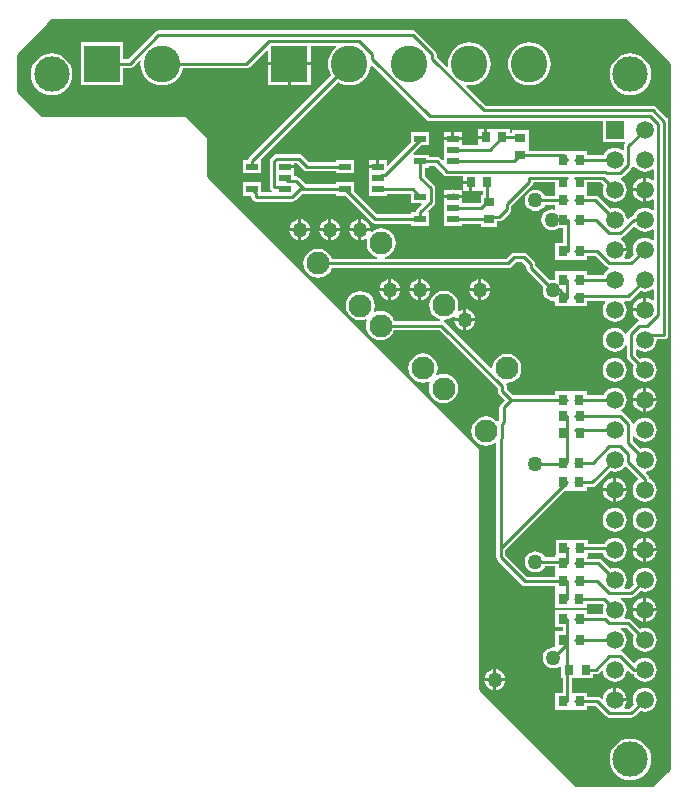
<source format=gtl>
G04*
G04 #@! TF.GenerationSoftware,Altium Limited,Altium Designer,20.0.2 (26)*
G04*
G04 Layer_Physical_Order=1*
G04 Layer_Color=255*
%FSLAX25Y25*%
%MOIN*%
G70*
G01*
G75*
%ADD12C,0.01000*%
%ADD16C,0.00050*%
%ADD17R,0.03937X0.02362*%
%ADD18R,0.03150X0.03543*%
%ADD19R,0.03543X0.03150*%
G04:AMPARAMS|DCode=30|XSize=76.77mil|YSize=76.77mil|CornerRadius=0mil|HoleSize=0mil|Usage=FLASHONLY|Rotation=315.000|XOffset=0mil|YOffset=0mil|HoleType=Round|Shape=Round|*
%AMOVALD30*
21,1,0.00000,0.07677,0.00000,0.00000,315.0*
1,1,0.07677,0.00000,0.00000*
1,1,0.07677,0.00000,0.00000*
%
%ADD30OVALD30*%

%ADD31R,0.12224X0.12224*%
%ADD32C,0.12224*%
%ADD33C,0.05906*%
%ADD34R,0.05906X0.05906*%
%ADD35C,0.02362*%
%ADD36C,0.05000*%
%ADD37C,0.11811*%
G36*
X570000Y478500D02*
Y460457D01*
X569645Y460302D01*
X569500Y460288D01*
X565754Y464034D01*
X565258Y464366D01*
X564673Y464482D01*
X508916D01*
X502443Y470956D01*
X502670Y471436D01*
X503500Y471354D01*
X504894Y471491D01*
X506235Y471898D01*
X507470Y472558D01*
X508553Y473447D01*
X509442Y474530D01*
X510102Y475765D01*
X510509Y477106D01*
X510646Y478500D01*
X510509Y479894D01*
X510102Y481235D01*
X509442Y482470D01*
X508553Y483553D01*
X507470Y484442D01*
X506235Y485102D01*
X504894Y485509D01*
X503500Y485646D01*
X502106Y485509D01*
X500765Y485102D01*
X499530Y484442D01*
X498447Y483553D01*
X497558Y482470D01*
X496898Y481235D01*
X496491Y479894D01*
X496354Y478500D01*
X496436Y477670D01*
X495956Y477443D01*
X492641Y480757D01*
Y481653D01*
X492525Y482238D01*
X492193Y482734D01*
X485734Y489193D01*
X485238Y489525D01*
X484653Y489641D01*
X399847D01*
X399262Y489525D01*
X398766Y489193D01*
X389602Y480029D01*
X388112D01*
Y485612D01*
X373888D01*
Y471388D01*
X388112D01*
Y476971D01*
X390235D01*
X390821Y477087D01*
X391317Y477419D01*
X393456Y479557D01*
X393936Y479330D01*
X393854Y478500D01*
X393991Y477106D01*
X394398Y475765D01*
X395058Y474530D01*
X395947Y473447D01*
X397030Y472558D01*
X398265Y471898D01*
X399606Y471491D01*
X401000Y471354D01*
X402394Y471491D01*
X403735Y471898D01*
X404970Y472558D01*
X406053Y473447D01*
X406942Y474530D01*
X407602Y475765D01*
X407968Y476971D01*
X429155D01*
X429740Y477087D01*
X430236Y477419D01*
X435926Y483108D01*
X436388Y482917D01*
Y479000D01*
X450612D01*
Y484582D01*
X458913D01*
X459092Y484082D01*
X458447Y483553D01*
X457558Y482470D01*
X456898Y481235D01*
X456491Y479894D01*
X456354Y478500D01*
X456491Y477106D01*
X456898Y475765D01*
X457491Y474654D01*
X430005Y447168D01*
X429674Y446672D01*
X429624Y446421D01*
X428118D01*
Y442059D01*
X434055D01*
Y446421D01*
X434055D01*
X433917Y446754D01*
X459654Y472492D01*
X460765Y471898D01*
X462106Y471491D01*
X463500Y471354D01*
X464894Y471491D01*
X466235Y471898D01*
X467470Y472558D01*
X468553Y473447D01*
X469442Y474530D01*
X470102Y475765D01*
X470509Y477106D01*
X470582Y477851D01*
X471053Y478019D01*
X489201Y459871D01*
X489697Y459540D01*
X490282Y459423D01*
X548047D01*
Y452547D01*
X555231D01*
X555422Y452085D01*
X555371Y452034D01*
X555040Y451538D01*
X554923Y450953D01*
Y449869D01*
X554423Y449623D01*
X553993Y449953D01*
X553032Y450351D01*
X552000Y450487D01*
X550968Y450351D01*
X550007Y449953D01*
X549181Y449319D01*
X548547Y448493D01*
X548355Y448029D01*
X542831D01*
Y449272D01*
X537681D01*
Y449272D01*
X537319D01*
Y449272D01*
X535442D01*
X535160Y449460D01*
X534575Y449577D01*
X523272D01*
Y450819D01*
X523272D01*
Y451181D01*
X523272D01*
Y456331D01*
X517728D01*
Y455482D01*
X517075D01*
Y456772D01*
X512063D01*
X511925Y456772D01*
Y456772D01*
X511563D01*
Y456772D01*
X509488D01*
Y454000D01*
X508988D01*
Y453500D01*
X506413D01*
Y451289D01*
X500882D01*
Y453000D01*
X497913D01*
Y453500D01*
D01*
Y453000D01*
X494945D01*
Y451319D01*
Y446533D01*
X494483Y446342D01*
X493724Y447101D01*
X493228Y447433D01*
X492642Y447549D01*
X490055D01*
Y448201D01*
X484961D01*
X484770Y448663D01*
X487426Y451319D01*
X490055D01*
Y455681D01*
X484118D01*
Y452337D01*
X476344Y444562D01*
X475882Y444754D01*
Y446421D01*
X473413D01*
Y444240D01*
X472913D01*
Y443740D01*
X469945D01*
Y442059D01*
Y438319D01*
Y434579D01*
X475882D01*
Y435230D01*
X483933D01*
X484118Y435046D01*
Y432059D01*
X487360D01*
X487552Y431597D01*
X486005Y430051D01*
X485674Y429555D01*
X485557Y428969D01*
Y428941D01*
X484118D01*
Y428289D01*
X472720D01*
X465055Y435954D01*
Y438941D01*
X459118D01*
Y438289D01*
X448968D01*
X446735Y440522D01*
X446239Y440854D01*
X445653Y440970D01*
X444882D01*
Y443740D01*
X441913D01*
Y444740D01*
X444882D01*
Y445392D01*
X446079D01*
X448312Y443159D01*
X448808Y442827D01*
X449394Y442711D01*
X459118D01*
Y442059D01*
X465055D01*
Y446421D01*
X459118D01*
Y445770D01*
X450027D01*
X447794Y448003D01*
X447298Y448334D01*
X446713Y448451D01*
X439324D01*
X438738Y448334D01*
X438242Y448003D01*
X437363Y447124D01*
X437032Y446628D01*
X436915Y446043D01*
Y437441D01*
X437032Y436856D01*
X437363Y436360D01*
X437740Y436108D01*
X437603Y435608D01*
X434055D01*
Y438941D01*
X428118D01*
Y434579D01*
X430817D01*
Y434079D01*
X430934Y433494D01*
X431265Y432997D01*
X431761Y432666D01*
X432346Y432549D01*
X444503D01*
X445088Y432666D01*
X445585Y432997D01*
X447818Y435230D01*
X459118D01*
Y434579D01*
X462105D01*
X471005Y425678D01*
X471501Y425347D01*
X472087Y425231D01*
X484118D01*
Y424579D01*
X490055D01*
Y428941D01*
X489875D01*
X489683Y429403D01*
X491637Y431356D01*
X491968Y431852D01*
X492085Y432438D01*
Y437069D01*
X491968Y437654D01*
X491637Y438150D01*
X488616Y441171D01*
Y443839D01*
X490055D01*
Y444490D01*
X492009D01*
X494990Y441509D01*
X495486Y441178D01*
X496072Y441061D01*
X501413D01*
Y439500D01*
X503988D01*
Y439000D01*
X504488D01*
Y436228D01*
X506563D01*
Y436228D01*
X506925D01*
Y436228D01*
X507971D01*
Y434878D01*
X507228D01*
Y432344D01*
X506914Y432029D01*
X500882D01*
Y433740D01*
X497913D01*
X494945D01*
Y432059D01*
Y428319D01*
Y424579D01*
X500882D01*
Y425231D01*
X507228D01*
Y424217D01*
X512772D01*
Y426003D01*
X513532D01*
X514117Y426119D01*
X514613Y426450D01*
X517081Y428919D01*
X517413Y429415D01*
X517529Y430000D01*
Y431023D01*
X524534Y438028D01*
X524866Y438524D01*
X524955Y438971D01*
X532169D01*
Y436228D01*
X532169D01*
Y435772D01*
X532169D01*
Y434529D01*
X528655D01*
X528557Y434765D01*
X527996Y435496D01*
X527265Y436057D01*
X526414Y436410D01*
X525500Y436530D01*
X524586Y436410D01*
X523735Y436057D01*
X523004Y435496D01*
X522443Y434765D01*
X522090Y433914D01*
X521970Y433000D01*
X522090Y432086D01*
X522443Y431235D01*
X523004Y430504D01*
X523735Y429943D01*
X524586Y429590D01*
X525500Y429470D01*
X526414Y429590D01*
X527265Y429943D01*
X527996Y430504D01*
X528557Y431235D01*
X528655Y431471D01*
X532169D01*
Y430345D01*
X532100Y430227D01*
X531795Y429926D01*
X531000Y430030D01*
X530086Y429910D01*
X529235Y429557D01*
X528504Y428996D01*
X527943Y428265D01*
X527590Y427414D01*
X527470Y426500D01*
X527590Y425586D01*
X527943Y424735D01*
X528504Y424004D01*
X529235Y423443D01*
X530086Y423090D01*
X531000Y422970D01*
X531914Y423090D01*
X532765Y423443D01*
X533137Y423728D01*
X534715D01*
Y418772D01*
X532169D01*
Y413228D01*
X537181D01*
X537319Y413228D01*
Y413228D01*
X537681D01*
Y413228D01*
X542831D01*
Y414471D01*
X545569D01*
X549074Y410966D01*
X549570Y410634D01*
X549652Y410618D01*
X550026Y410046D01*
X550007Y409953D01*
X549181Y409319D01*
X548547Y408493D01*
X548355Y408029D01*
X542831D01*
Y409272D01*
X537681D01*
Y409272D01*
X537319D01*
Y409272D01*
X532169D01*
Y406821D01*
X531793Y406492D01*
X531500Y406530D01*
X530586Y406410D01*
X530351Y406312D01*
X525529Y411133D01*
Y411657D01*
X525413Y412242D01*
X525081Y412738D01*
X522738Y415081D01*
X522242Y415413D01*
X521657Y415529D01*
X518343D01*
X517758Y415413D01*
X517262Y415081D01*
X515710Y413529D01*
X475434D01*
X475365Y414023D01*
X476542Y414510D01*
X477553Y415286D01*
X478328Y416297D01*
X478816Y417474D01*
X478982Y418737D01*
X478816Y420000D01*
X478328Y421177D01*
X477553Y422188D01*
X476542Y422963D01*
X475365Y423451D01*
X474102Y423617D01*
X472839Y423451D01*
X471662Y422963D01*
X470929Y422402D01*
X470461Y422672D01*
X470464Y422700D01*
X467500D01*
Y419736D01*
X467914Y419790D01*
X468765Y420143D01*
X468971Y420301D01*
X469364Y420017D01*
X469386Y419989D01*
X469222Y418737D01*
X469388Y417474D01*
X469875Y416297D01*
X470651Y415286D01*
X471662Y414510D01*
X472839Y414023D01*
X472770Y413529D01*
X457604D01*
X457227Y414440D01*
X456451Y415451D01*
X455440Y416226D01*
X454263Y416714D01*
X453000Y416880D01*
X451737Y416714D01*
X450560Y416226D01*
X449549Y415451D01*
X448773Y414440D01*
X448286Y413263D01*
X448120Y412000D01*
X448286Y410737D01*
X448773Y409560D01*
X449190Y409017D01*
X448813Y408687D01*
X436500Y421000D01*
X416500Y441000D01*
Y454000D01*
X409000Y461500D01*
X361000D01*
X353000Y469500D01*
Y481500D01*
X364500Y493000D01*
X555500D01*
X570000Y478500D01*
D02*
G37*
G36*
X558547Y444507D02*
X559181Y443681D01*
X560007Y443047D01*
X560968Y442649D01*
X562000Y442513D01*
X563032Y442649D01*
X563993Y443047D01*
X564423Y443377D01*
X564923Y443131D01*
Y439869D01*
X564423Y439623D01*
X563993Y439953D01*
X563032Y440351D01*
X562500Y440421D01*
Y436500D01*
Y432579D01*
X563032Y432649D01*
X563993Y433047D01*
X564423Y433377D01*
X564923Y433131D01*
Y429869D01*
X564423Y429623D01*
X563993Y429953D01*
X563032Y430351D01*
X562000Y430487D01*
X560968Y430351D01*
X560007Y429953D01*
X559181Y429319D01*
X558547Y428493D01*
X558355Y428029D01*
X558297D01*
X557712Y427913D01*
X557216Y427581D01*
X556450Y426815D01*
X555922Y426995D01*
X555851Y427532D01*
X555453Y428493D01*
X554819Y429319D01*
X553993Y429953D01*
X553032Y430351D01*
X552000Y430487D01*
X550968Y430351D01*
X550504Y430159D01*
X546582Y434081D01*
X546085Y434413D01*
X545500Y434529D01*
X542831D01*
Y435772D01*
X542831D01*
Y436228D01*
X542831D01*
Y438971D01*
X547367D01*
X548341Y437996D01*
X548149Y437532D01*
X548013Y436500D01*
X548149Y435468D01*
X548547Y434507D01*
X549181Y433681D01*
X550007Y433047D01*
X550968Y432649D01*
X552000Y432513D01*
X553032Y432649D01*
X553993Y433047D01*
X554819Y433681D01*
X555453Y434507D01*
X555851Y435468D01*
X555987Y436500D01*
X555851Y437532D01*
X555453Y438493D01*
X554819Y439319D01*
X553993Y439953D01*
X553974Y440046D01*
X554348Y440618D01*
X554430Y440634D01*
X554926Y440966D01*
X557534Y443574D01*
X557866Y444070D01*
X557882Y444152D01*
X558454Y444526D01*
X558547Y444507D01*
D02*
G37*
G36*
X558819Y424152D02*
X559181Y423681D01*
X560007Y423047D01*
X560968Y422649D01*
X562000Y422513D01*
X563032Y422649D01*
X563993Y423047D01*
X564423Y423377D01*
X564923Y423131D01*
Y419869D01*
X564423Y419623D01*
X563993Y419953D01*
X563032Y420351D01*
X562000Y420487D01*
X560968Y420351D01*
X560007Y419953D01*
X559181Y419319D01*
X558547Y418493D01*
X558149Y417532D01*
X558013Y416500D01*
X558149Y415468D01*
X558341Y415004D01*
X556914Y413577D01*
X555369D01*
X555123Y414077D01*
X555453Y414507D01*
X555851Y415468D01*
X555921Y416000D01*
X552000D01*
Y417000D01*
X555921D01*
X555851Y417532D01*
X555453Y418493D01*
X554819Y419319D01*
X553993Y419953D01*
X553974Y420046D01*
X554348Y420618D01*
X554430Y420634D01*
X554926Y420966D01*
X558156Y424196D01*
X558819Y424152D01*
D02*
G37*
G36*
X522471Y411023D02*
Y410500D01*
X522587Y409915D01*
X522919Y409419D01*
X528188Y404149D01*
X528090Y403914D01*
X527970Y403000D01*
X528090Y402086D01*
X528443Y401235D01*
X529004Y400504D01*
X529735Y399943D01*
X530586Y399590D01*
X531500Y399470D01*
X531793Y399508D01*
X532169Y399179D01*
Y397728D01*
X537319D01*
Y397728D01*
X537681D01*
Y397728D01*
X542831D01*
Y399423D01*
X548631D01*
X548877Y398923D01*
X548547Y398493D01*
X548149Y397532D01*
X548013Y396500D01*
X548149Y395468D01*
X548547Y394507D01*
X549181Y393681D01*
X550007Y393047D01*
X550968Y392649D01*
X552000Y392513D01*
X553032Y392649D01*
X553993Y393047D01*
X554819Y393681D01*
X555453Y394507D01*
X555851Y395468D01*
X555987Y396500D01*
X555851Y397532D01*
X555453Y398493D01*
X555123Y398923D01*
X555369Y399423D01*
X556453D01*
X557038Y399540D01*
X557534Y399871D01*
X560504Y402841D01*
X560968Y402649D01*
X562000Y402513D01*
X563032Y402649D01*
X563993Y403047D01*
X564423Y403377D01*
X564923Y403131D01*
Y399869D01*
X564423Y399623D01*
X563993Y399953D01*
X563032Y400351D01*
X562500Y400421D01*
Y396500D01*
X562000D01*
Y396000D01*
X558079D01*
X558149Y395468D01*
X558547Y394507D01*
X559181Y393681D01*
X560007Y393047D01*
X560026Y392954D01*
X559652Y392382D01*
X559570Y392366D01*
X559074Y392034D01*
X556466Y389426D01*
X556134Y388930D01*
X556118Y388848D01*
X555546Y388474D01*
X555453Y388493D01*
X554819Y389319D01*
X553993Y389953D01*
X553032Y390351D01*
X552000Y390487D01*
X550968Y390351D01*
X550007Y389953D01*
X549181Y389319D01*
X548547Y388493D01*
X548149Y387532D01*
X548013Y386500D01*
X548149Y385468D01*
X548547Y384507D01*
X549181Y383681D01*
X550007Y383047D01*
X550968Y382649D01*
X552000Y382513D01*
X553032Y382649D01*
X553993Y383047D01*
X554819Y383681D01*
X555453Y384507D01*
X555518Y384664D01*
X556018Y384564D01*
Y380953D01*
X556134Y380367D01*
X556466Y379871D01*
X558341Y377996D01*
X558149Y377532D01*
X558013Y376500D01*
X558149Y375468D01*
X558547Y374507D01*
X559181Y373681D01*
X560007Y373047D01*
X560968Y372649D01*
X562000Y372513D01*
X563032Y372649D01*
X563993Y373047D01*
X564819Y373681D01*
X565453Y374507D01*
X565851Y375468D01*
X565987Y376500D01*
X565851Y377532D01*
X565453Y378493D01*
X564819Y379319D01*
X563993Y379953D01*
X563032Y380351D01*
X562000Y380487D01*
X560968Y380351D01*
X560504Y380159D01*
X559077Y381586D01*
Y383131D01*
X559577Y383377D01*
X560007Y383047D01*
X560968Y382649D01*
X562000Y382513D01*
X563032Y382649D01*
X563993Y383047D01*
X564819Y383681D01*
X565453Y384507D01*
X565851Y385468D01*
X565987Y386500D01*
X566167Y386705D01*
X568453D01*
X569038Y386821D01*
X569500Y387130D01*
X569678Y387090D01*
X570000Y386950D01*
Y243500D01*
X564500Y238000D01*
X539000D01*
X507000Y270000D01*
X507000Y350500D01*
X463829Y393671D01*
X464159Y394048D01*
X464702Y393631D01*
X465879Y393144D01*
X467142Y392978D01*
X468405Y393144D01*
X469001Y393391D01*
X469384Y393008D01*
X469184Y392526D01*
X469018Y391263D01*
X469184Y390000D01*
X469672Y388823D01*
X470447Y387812D01*
X471458Y387036D01*
X472635Y386549D01*
X473898Y386383D01*
X475161Y386549D01*
X476338Y387036D01*
X477349Y387812D01*
X478125Y388823D01*
X478502Y389734D01*
X493554D01*
X512971Y370317D01*
Y369500D01*
X513087Y368915D01*
X513419Y368419D01*
X515337Y366500D01*
X513919Y365081D01*
X513587Y364585D01*
X513471Y364000D01*
Y359587D01*
X513297Y359414D01*
X513217Y359293D01*
X512717Y359277D01*
X512491Y359572D01*
X511480Y360347D01*
X510303Y360835D01*
X509040Y361001D01*
X507777Y360835D01*
X506600Y360347D01*
X505589Y359572D01*
X504814Y358561D01*
X504326Y357384D01*
X504160Y356121D01*
X504326Y354858D01*
X504814Y353681D01*
X505589Y352670D01*
X506600Y351894D01*
X507777Y351407D01*
X509040Y351241D01*
X510303Y351407D01*
X511480Y351894D01*
X512022Y352310D01*
X512471Y352089D01*
Y317000D01*
Y314000D01*
X512587Y313415D01*
X512919Y312919D01*
X520919Y304919D01*
X521415Y304587D01*
X522000Y304471D01*
X532169D01*
Y303228D01*
X532169D01*
X532065Y302772D01*
X532047D01*
Y297228D01*
X537059D01*
X537197Y297228D01*
Y297228D01*
X537559D01*
Y297228D01*
X542709D01*
Y298471D01*
X547866D01*
X548341Y297996D01*
X548149Y297532D01*
X548013Y296500D01*
X548141Y295529D01*
X548088Y295340D01*
X547881Y295029D01*
X542831D01*
Y296272D01*
X537681D01*
Y296272D01*
X537319D01*
Y296272D01*
X532169D01*
Y290728D01*
X534593D01*
Y289272D01*
X532169D01*
Y284321D01*
X531793Y283992D01*
X531500Y284030D01*
X530586Y283910D01*
X529735Y283557D01*
X529004Y282996D01*
X528443Y282265D01*
X528090Y281414D01*
X527970Y280500D01*
X528090Y279586D01*
X528443Y278735D01*
X529004Y278004D01*
X529735Y277443D01*
X530586Y277090D01*
X531500Y276970D01*
X532414Y277090D01*
X533265Y277443D01*
X533669Y277753D01*
X534169Y277506D01*
Y273728D01*
X534593D01*
Y268772D01*
X532169D01*
Y263228D01*
X537319D01*
Y263228D01*
X537681D01*
Y263228D01*
X542831D01*
Y264471D01*
X545569D01*
X549074Y260966D01*
X549570Y260634D01*
X550156Y260518D01*
X557547D01*
X558133Y260634D01*
X558629Y260966D01*
X560504Y262841D01*
X560968Y262649D01*
X562000Y262513D01*
X563032Y262649D01*
X563993Y263047D01*
X564819Y263681D01*
X565453Y264507D01*
X565851Y265468D01*
X565987Y266500D01*
X565851Y267532D01*
X565453Y268493D01*
X564819Y269319D01*
X563993Y269953D01*
X563032Y270351D01*
X562000Y270487D01*
X560968Y270351D01*
X560007Y269953D01*
X559181Y269319D01*
X558547Y268493D01*
X558149Y267532D01*
X558013Y266500D01*
X558149Y265468D01*
X558341Y265004D01*
X556914Y263577D01*
X555369D01*
X555123Y264077D01*
X555453Y264507D01*
X555851Y265468D01*
X555921Y266000D01*
X552000D01*
Y266500D01*
X551500D01*
Y270421D01*
X550968Y270351D01*
X550007Y269953D01*
X549181Y269319D01*
X548547Y268493D01*
X548149Y267532D01*
X548078Y266995D01*
X547550Y266815D01*
X547284Y267081D01*
X546788Y267413D01*
X546203Y267529D01*
X542831D01*
Y268772D01*
X537681D01*
X537651Y269259D01*
Y273728D01*
X539181D01*
X539319Y273728D01*
X539681D01*
X539819Y273728D01*
X544831D01*
Y274971D01*
X545703D01*
X546288Y275087D01*
X546784Y275419D01*
X547550Y276185D01*
X548078Y276005D01*
X548149Y275468D01*
X548547Y274507D01*
X549181Y273681D01*
X550007Y273047D01*
X550968Y272649D01*
X552000Y272513D01*
X553032Y272649D01*
X553993Y273047D01*
X554819Y273681D01*
X555453Y274507D01*
X555851Y275468D01*
X555922Y276005D01*
X556450Y276185D01*
X557216Y275419D01*
X557712Y275087D01*
X558297Y274971D01*
X558355D01*
X558547Y274507D01*
X559181Y273681D01*
X560007Y273047D01*
X560968Y272649D01*
X562000Y272513D01*
X563032Y272649D01*
X563993Y273047D01*
X564819Y273681D01*
X565453Y274507D01*
X565851Y275468D01*
X565987Y276500D01*
X565851Y277532D01*
X565453Y278493D01*
X564819Y279319D01*
X563993Y279953D01*
X563032Y280351D01*
X562000Y280487D01*
X560968Y280351D01*
X560007Y279953D01*
X559181Y279319D01*
X558819Y278848D01*
X558156Y278804D01*
X554926Y282034D01*
X554430Y282366D01*
X554348Y282382D01*
X553974Y282954D01*
X553993Y283047D01*
X554819Y283681D01*
X555453Y284507D01*
X555851Y285468D01*
X555987Y286500D01*
X555851Y287532D01*
X555453Y288493D01*
X554819Y289319D01*
X553993Y289953D01*
X553836Y290018D01*
X553936Y290518D01*
X555819D01*
X558341Y287996D01*
X558149Y287532D01*
X558013Y286500D01*
X558149Y285468D01*
X558547Y284507D01*
X559181Y283681D01*
X560007Y283047D01*
X560968Y282649D01*
X562000Y282513D01*
X563032Y282649D01*
X563993Y283047D01*
X564819Y283681D01*
X565453Y284507D01*
X565851Y285468D01*
X565987Y286500D01*
X565851Y287532D01*
X565453Y288493D01*
X564819Y289319D01*
X563993Y289953D01*
X563032Y290351D01*
X562000Y290487D01*
X560968Y290351D01*
X560504Y290159D01*
X557534Y293129D01*
X557038Y293460D01*
X556453Y293577D01*
X555369D01*
X555123Y294077D01*
X555453Y294507D01*
X555851Y295468D01*
X555987Y296500D01*
X555851Y297532D01*
X555453Y298493D01*
X554819Y299319D01*
X553993Y299953D01*
X553836Y300018D01*
X553936Y300518D01*
X557547D01*
X558133Y300634D01*
X558629Y300966D01*
X560504Y302841D01*
X560968Y302649D01*
X562000Y302513D01*
X563032Y302649D01*
X563993Y303047D01*
X564819Y303681D01*
X565453Y304507D01*
X565851Y305468D01*
X565987Y306500D01*
X565851Y307532D01*
X565453Y308493D01*
X564819Y309319D01*
X563993Y309953D01*
X563032Y310351D01*
X562000Y310487D01*
X560968Y310351D01*
X560007Y309953D01*
X559181Y309319D01*
X558547Y308493D01*
X558149Y307532D01*
X558013Y306500D01*
X558149Y305468D01*
X558341Y305004D01*
X556914Y303577D01*
X555369D01*
X555123Y304077D01*
X555453Y304507D01*
X555851Y305468D01*
X555987Y306500D01*
X555851Y307532D01*
X555453Y308493D01*
X554819Y309319D01*
X553993Y309953D01*
X553032Y310351D01*
X552000Y310487D01*
X550968Y310351D01*
X550504Y310159D01*
X547581Y313081D01*
X547085Y313413D01*
X546500Y313529D01*
X542831D01*
Y314228D01*
X542953D01*
Y315471D01*
X548149D01*
X548149Y315468D01*
X548547Y314507D01*
X549181Y313681D01*
X550007Y313047D01*
X550968Y312649D01*
X552000Y312513D01*
X553032Y312649D01*
X553993Y313047D01*
X554819Y313681D01*
X555453Y314507D01*
X555851Y315468D01*
X555987Y316500D01*
X555851Y317532D01*
X555453Y318493D01*
X554819Y319319D01*
X553993Y319953D01*
X553032Y320351D01*
X552000Y320487D01*
X550968Y320351D01*
X550007Y319953D01*
X549181Y319319D01*
X548575Y318529D01*
X542953D01*
Y319772D01*
X537803D01*
Y319772D01*
X537441D01*
Y319772D01*
X532291D01*
Y314772D01*
X532169D01*
Y314029D01*
X528655D01*
X528557Y314265D01*
X527996Y314996D01*
X527265Y315557D01*
X526414Y315910D01*
X525500Y316030D01*
X524586Y315910D01*
X523735Y315557D01*
X523004Y314996D01*
X522443Y314265D01*
X522090Y313414D01*
X521970Y312500D01*
X522090Y311586D01*
X522443Y310735D01*
X523004Y310004D01*
X523735Y309443D01*
X524586Y309090D01*
X525500Y308970D01*
X526414Y309090D01*
X527265Y309443D01*
X527996Y310004D01*
X528557Y310735D01*
X528655Y310971D01*
X532169D01*
Y309228D01*
X532169D01*
Y308772D01*
X532169D01*
Y307529D01*
X522634D01*
X515529Y314633D01*
Y316367D01*
X535391Y336228D01*
X537197D01*
Y336228D01*
X537559D01*
Y336228D01*
X542709D01*
Y337471D01*
X544500D01*
X545085Y337587D01*
X545581Y337919D01*
X550504Y342841D01*
X550968Y342649D01*
X552000Y342513D01*
X553032Y342649D01*
X553993Y343047D01*
X554819Y343681D01*
X555181Y344152D01*
X555844Y344196D01*
X559696Y340344D01*
X559652Y339681D01*
X559181Y339319D01*
X558547Y338493D01*
X558149Y337532D01*
X558013Y336500D01*
X558149Y335468D01*
X558547Y334507D01*
X559181Y333681D01*
X560007Y333047D01*
X560968Y332649D01*
X562000Y332513D01*
X563032Y332649D01*
X563993Y333047D01*
X564819Y333681D01*
X565453Y334507D01*
X565851Y335468D01*
X565987Y336500D01*
X565851Y337532D01*
X565453Y338493D01*
X564819Y339319D01*
X563993Y339953D01*
X563529Y340145D01*
Y340203D01*
X563413Y340788D01*
X563081Y341284D01*
X562315Y342050D01*
X562495Y342578D01*
X563032Y342649D01*
X563993Y343047D01*
X564819Y343681D01*
X565453Y344507D01*
X565851Y345468D01*
X565987Y346500D01*
X565851Y347532D01*
X565453Y348493D01*
X564819Y349319D01*
X563993Y349953D01*
X563032Y350351D01*
X562000Y350487D01*
X560968Y350351D01*
X560504Y350159D01*
X557982Y352681D01*
Y354564D01*
X558482Y354664D01*
X558547Y354507D01*
X559181Y353681D01*
X560007Y353047D01*
X560968Y352649D01*
X562000Y352513D01*
X563032Y352649D01*
X563993Y353047D01*
X564819Y353681D01*
X565453Y354507D01*
X565851Y355468D01*
X565987Y356500D01*
X565851Y357532D01*
X565453Y358493D01*
X564819Y359319D01*
X563993Y359953D01*
X563032Y360351D01*
X562000Y360487D01*
X560968Y360351D01*
X560007Y359953D01*
X559181Y359319D01*
X558547Y358493D01*
X558454Y358474D01*
X557882Y358848D01*
X557866Y358930D01*
X557534Y359426D01*
X554926Y362034D01*
X554430Y362366D01*
X554348Y362382D01*
X553974Y362954D01*
X553993Y363047D01*
X554819Y363681D01*
X555453Y364507D01*
X555851Y365468D01*
X555987Y366500D01*
X555851Y367532D01*
X555453Y368493D01*
X554819Y369319D01*
X553993Y369953D01*
X553032Y370351D01*
X552000Y370487D01*
X550968Y370351D01*
X550007Y369953D01*
X549181Y369319D01*
X548547Y368493D01*
X548355Y368029D01*
X542709D01*
Y369272D01*
X537559D01*
Y369272D01*
X537197D01*
Y369272D01*
X532047D01*
Y368029D01*
X518133D01*
X516029Y370133D01*
Y370950D01*
X515913Y371535D01*
X515846Y371636D01*
X515912Y371844D01*
X516114Y372135D01*
X517263Y372286D01*
X518440Y372774D01*
X519451Y373549D01*
X520226Y374560D01*
X520714Y375737D01*
X520880Y377000D01*
X520714Y378263D01*
X520226Y379440D01*
X519451Y380451D01*
X518440Y381226D01*
X517263Y381714D01*
X516000Y381880D01*
X514737Y381714D01*
X513560Y381226D01*
X512549Y380451D01*
X511773Y379440D01*
X511286Y378263D01*
X511143Y377177D01*
X510652Y376961D01*
X495269Y392344D01*
X495173Y392408D01*
X495069Y393061D01*
X495118Y393135D01*
X496263Y393286D01*
X497440Y393774D01*
X498128Y394302D01*
X498359Y394208D01*
X498577Y394016D01*
X498536Y393700D01*
X501500D01*
Y396664D01*
X501086Y396610D01*
X500235Y396257D01*
X499973Y396057D01*
X499563Y396372D01*
X499714Y396737D01*
X499880Y398000D01*
X499714Y399263D01*
X499227Y400440D01*
X498451Y401451D01*
X497440Y402226D01*
X496263Y402714D01*
X495000Y402880D01*
X493737Y402714D01*
X492560Y402226D01*
X491549Y401451D01*
X490773Y400440D01*
X490286Y399263D01*
X490120Y398000D01*
X490286Y396737D01*
X490773Y395560D01*
X491549Y394549D01*
X492560Y393774D01*
X493737Y393286D01*
X493668Y392792D01*
X478502D01*
X478125Y393703D01*
X477349Y394714D01*
X476338Y395490D01*
X475161Y395977D01*
X473898Y396143D01*
X472635Y395977D01*
X472039Y395730D01*
X471657Y396113D01*
X471856Y396595D01*
X472022Y397858D01*
X471856Y399121D01*
X471369Y400298D01*
X470593Y401309D01*
X469582Y402084D01*
X468405Y402572D01*
X467142Y402738D01*
X465879Y402572D01*
X464702Y402084D01*
X463691Y401309D01*
X462916Y400298D01*
X462428Y399121D01*
X462262Y397858D01*
X462428Y396595D01*
X462916Y395418D01*
X463332Y394875D01*
X462956Y394545D01*
X449687Y407813D01*
X450017Y408190D01*
X450560Y407773D01*
X451737Y407286D01*
X453000Y407120D01*
X454263Y407286D01*
X455440Y407773D01*
X456451Y408549D01*
X457227Y409560D01*
X457604Y410471D01*
X516343D01*
X516928Y410587D01*
X517425Y410919D01*
X518977Y412471D01*
X521023D01*
X522471Y411023D01*
D02*
G37*
%LPC*%
G36*
X450612Y478000D02*
X444000D01*
Y471388D01*
X450612D01*
Y478000D01*
D02*
G37*
G36*
X443000D02*
X436388D01*
Y471388D01*
X443000D01*
Y478000D01*
D02*
G37*
G36*
X523500Y485646D02*
X522106Y485509D01*
X520765Y485102D01*
X519530Y484442D01*
X518447Y483553D01*
X517558Y482470D01*
X516898Y481235D01*
X516491Y479894D01*
X516354Y478500D01*
X516491Y477106D01*
X516898Y475765D01*
X517558Y474530D01*
X518447Y473447D01*
X519530Y472558D01*
X520765Y471898D01*
X522106Y471491D01*
X523500Y471354D01*
X524894Y471491D01*
X526235Y471898D01*
X527470Y472558D01*
X528553Y473447D01*
X529442Y474530D01*
X530102Y475765D01*
X530509Y477106D01*
X530646Y478500D01*
X530509Y479894D01*
X530102Y481235D01*
X529442Y482470D01*
X528553Y483553D01*
X527470Y484442D01*
X526235Y485102D01*
X524894Y485509D01*
X523500Y485646D01*
D02*
G37*
G36*
X557158Y481943D02*
X555804Y481810D01*
X554502Y481415D01*
X553302Y480773D01*
X552251Y479911D01*
X551388Y478859D01*
X550747Y477659D01*
X550352Y476358D01*
X550219Y475004D01*
X550352Y473650D01*
X550747Y472349D01*
X551388Y471149D01*
X552251Y470097D01*
X553302Y469235D01*
X554502Y468593D01*
X555804Y468198D01*
X557158Y468065D01*
X558511Y468198D01*
X559813Y468593D01*
X561013Y469235D01*
X562064Y470097D01*
X562927Y471149D01*
X563568Y472349D01*
X563963Y473650D01*
X564096Y475004D01*
X563963Y476358D01*
X563568Y477659D01*
X562927Y478859D01*
X562064Y479911D01*
X561013Y480773D01*
X559813Y481415D01*
X558511Y481810D01*
X557158Y481943D01*
D02*
G37*
G36*
X364244D02*
X362890Y481810D01*
X361589Y481415D01*
X360389Y480773D01*
X359337Y479911D01*
X358475Y478859D01*
X357833Y477659D01*
X357438Y476358D01*
X357305Y475004D01*
X357438Y473650D01*
X357833Y472349D01*
X358475Y471149D01*
X359337Y470097D01*
X360389Y469235D01*
X361589Y468593D01*
X362890Y468198D01*
X364244Y468065D01*
X365598Y468198D01*
X366899Y468593D01*
X368099Y469235D01*
X369151Y470097D01*
X370014Y471149D01*
X370655Y472349D01*
X371050Y473650D01*
X371183Y475004D01*
X371050Y476358D01*
X370655Y477659D01*
X370014Y478859D01*
X369151Y479911D01*
X368099Y480773D01*
X366899Y481415D01*
X365598Y481810D01*
X364244Y481943D01*
D02*
G37*
G36*
X508488Y456772D02*
X506413D01*
Y454500D01*
X508488D01*
Y456772D01*
D02*
G37*
G36*
X500882Y455681D02*
X498413D01*
Y454000D01*
X500882D01*
Y455681D01*
D02*
G37*
G36*
X497413D02*
X494945D01*
Y454000D01*
X497413D01*
Y455681D01*
D02*
G37*
G36*
X472413Y446421D02*
X469945D01*
Y444740D01*
X472413D01*
Y446421D01*
D02*
G37*
G36*
X503488Y438500D02*
X501413D01*
Y436228D01*
X503488D01*
Y438500D01*
D02*
G37*
G36*
X497913Y436620D02*
X497328Y436504D01*
X497205Y436421D01*
X494945D01*
Y434740D01*
X497913D01*
X500882D01*
Y436421D01*
X498622D01*
X498499Y436504D01*
X497913Y436620D01*
D02*
G37*
G36*
X467500Y426664D02*
Y423700D01*
X470464D01*
X470410Y424114D01*
X470057Y424965D01*
X469496Y425696D01*
X468765Y426257D01*
X467914Y426610D01*
X467500Y426664D01*
D02*
G37*
G36*
X466500D02*
X466086Y426610D01*
X465235Y426257D01*
X464504Y425696D01*
X463943Y424965D01*
X463590Y424114D01*
X463536Y423700D01*
X466500D01*
Y426664D01*
D02*
G37*
G36*
X457500D02*
Y423700D01*
X460464D01*
X460410Y424114D01*
X460057Y424965D01*
X459496Y425696D01*
X458765Y426257D01*
X457914Y426610D01*
X457500Y426664D01*
D02*
G37*
G36*
X456500D02*
X456086Y426610D01*
X455235Y426257D01*
X454504Y425696D01*
X453943Y424965D01*
X453590Y424114D01*
X453536Y423700D01*
X456500D01*
Y426664D01*
D02*
G37*
G36*
X447500D02*
Y423700D01*
X450464D01*
X450410Y424114D01*
X450057Y424965D01*
X449496Y425696D01*
X448765Y426257D01*
X447914Y426610D01*
X447500Y426664D01*
D02*
G37*
G36*
X446500D02*
X446086Y426610D01*
X445235Y426257D01*
X444504Y425696D01*
X443943Y424965D01*
X443590Y424114D01*
X443536Y423700D01*
X446500D01*
Y426664D01*
D02*
G37*
G36*
X466500Y422700D02*
X463536D01*
X463590Y422286D01*
X463943Y421435D01*
X464504Y420704D01*
X465235Y420143D01*
X466086Y419790D01*
X466500Y419736D01*
Y422700D01*
D02*
G37*
G36*
X460464D02*
X457500D01*
Y419736D01*
X457914Y419790D01*
X458765Y420143D01*
X459496Y420704D01*
X460057Y421435D01*
X460410Y422286D01*
X460464Y422700D01*
D02*
G37*
G36*
X456500D02*
X453536D01*
X453590Y422286D01*
X453943Y421435D01*
X454504Y420704D01*
X455235Y420143D01*
X456086Y419790D01*
X456500Y419736D01*
Y422700D01*
D02*
G37*
G36*
X450464D02*
X447500D01*
Y419736D01*
X447914Y419790D01*
X448765Y420143D01*
X449496Y420704D01*
X450057Y421435D01*
X450410Y422286D01*
X450464Y422700D01*
D02*
G37*
G36*
X446500D02*
X443536D01*
X443590Y422286D01*
X443943Y421435D01*
X444504Y420704D01*
X445235Y420143D01*
X446086Y419790D01*
X446500Y419736D01*
Y422700D01*
D02*
G37*
G36*
X561500Y440421D02*
X560968Y440351D01*
X560007Y439953D01*
X559181Y439319D01*
X558547Y438493D01*
X558149Y437532D01*
X558079Y437000D01*
X561500D01*
Y440421D01*
D02*
G37*
G36*
Y436000D02*
X558079D01*
X558149Y435468D01*
X558547Y434507D01*
X559181Y433681D01*
X560007Y433047D01*
X560968Y432649D01*
X561500Y432579D01*
Y436000D01*
D02*
G37*
G36*
X507500Y406664D02*
Y403700D01*
X510464D01*
X510410Y404114D01*
X510057Y404965D01*
X509496Y405696D01*
X508765Y406257D01*
X507914Y406610D01*
X507500Y406664D01*
D02*
G37*
G36*
X506500D02*
X506086Y406610D01*
X505235Y406257D01*
X504504Y405696D01*
X503943Y404965D01*
X503590Y404114D01*
X503536Y403700D01*
X506500D01*
Y406664D01*
D02*
G37*
G36*
X487500D02*
Y403700D01*
X490464D01*
X490410Y404114D01*
X490057Y404965D01*
X489496Y405696D01*
X488765Y406257D01*
X487914Y406610D01*
X487500Y406664D01*
D02*
G37*
G36*
X486500D02*
X486086Y406610D01*
X485235Y406257D01*
X484504Y405696D01*
X483943Y404965D01*
X483590Y404114D01*
X483536Y403700D01*
X486500D01*
Y406664D01*
D02*
G37*
G36*
X477500D02*
Y403700D01*
X480464D01*
X480410Y404114D01*
X480057Y404965D01*
X479496Y405696D01*
X478765Y406257D01*
X477914Y406610D01*
X477500Y406664D01*
D02*
G37*
G36*
X476500D02*
X476086Y406610D01*
X475235Y406257D01*
X474504Y405696D01*
X473943Y404965D01*
X473590Y404114D01*
X473536Y403700D01*
X476500D01*
Y406664D01*
D02*
G37*
G36*
X510464Y402700D02*
X507500D01*
Y399736D01*
X507914Y399790D01*
X508765Y400143D01*
X509496Y400704D01*
X510057Y401435D01*
X510410Y402286D01*
X510464Y402700D01*
D02*
G37*
G36*
X506500D02*
X503536D01*
X503590Y402286D01*
X503943Y401435D01*
X504504Y400704D01*
X505235Y400143D01*
X506086Y399790D01*
X506500Y399736D01*
Y402700D01*
D02*
G37*
G36*
X490464D02*
X487500D01*
Y399736D01*
X487914Y399790D01*
X488765Y400143D01*
X489496Y400704D01*
X490057Y401435D01*
X490410Y402286D01*
X490464Y402700D01*
D02*
G37*
G36*
X486500D02*
X483536D01*
X483590Y402286D01*
X483943Y401435D01*
X484504Y400704D01*
X485235Y400143D01*
X486086Y399790D01*
X486500Y399736D01*
Y402700D01*
D02*
G37*
G36*
X480464D02*
X477500D01*
Y399736D01*
X477914Y399790D01*
X478765Y400143D01*
X479496Y400704D01*
X480057Y401435D01*
X480410Y402286D01*
X480464Y402700D01*
D02*
G37*
G36*
X476500D02*
X473536D01*
X473590Y402286D01*
X473943Y401435D01*
X474504Y400704D01*
X475235Y400143D01*
X476086Y399790D01*
X476500Y399736D01*
Y402700D01*
D02*
G37*
G36*
X561500Y400421D02*
X560968Y400351D01*
X560007Y399953D01*
X559181Y399319D01*
X558547Y398493D01*
X558149Y397532D01*
X558079Y397000D01*
X561500D01*
Y400421D01*
D02*
G37*
G36*
X502500Y396664D02*
Y393700D01*
X505464D01*
X505410Y394114D01*
X505057Y394965D01*
X504496Y395696D01*
X503765Y396257D01*
X502914Y396610D01*
X502500Y396664D01*
D02*
G37*
G36*
X505464Y392700D02*
X502500D01*
Y389736D01*
X502914Y389790D01*
X503765Y390143D01*
X504496Y390704D01*
X505057Y391435D01*
X505410Y392286D01*
X505464Y392700D01*
D02*
G37*
G36*
X501500D02*
X498536D01*
X498590Y392286D01*
X498943Y391435D01*
X499504Y390704D01*
X500235Y390143D01*
X501086Y389790D01*
X501500Y389736D01*
Y392700D01*
D02*
G37*
G36*
X552000Y380487D02*
X550968Y380351D01*
X550007Y379953D01*
X549181Y379319D01*
X548547Y378493D01*
X548149Y377532D01*
X548013Y376500D01*
X548149Y375468D01*
X548547Y374507D01*
X549181Y373681D01*
X550007Y373047D01*
X550968Y372649D01*
X552000Y372513D01*
X553032Y372649D01*
X553993Y373047D01*
X554819Y373681D01*
X555453Y374507D01*
X555851Y375468D01*
X555987Y376500D01*
X555851Y377532D01*
X555453Y378493D01*
X554819Y379319D01*
X553993Y379953D01*
X553032Y380351D01*
X552000Y380487D01*
D02*
G37*
G36*
X562500Y370421D02*
Y367000D01*
X565921D01*
X565851Y367532D01*
X565453Y368493D01*
X564819Y369319D01*
X563993Y369953D01*
X563032Y370351D01*
X562500Y370421D01*
D02*
G37*
G36*
X561500D02*
X560968Y370351D01*
X560007Y369953D01*
X559181Y369319D01*
X558547Y368493D01*
X558149Y367532D01*
X558079Y367000D01*
X561500D01*
Y370421D01*
D02*
G37*
G36*
X488040Y382001D02*
X486777Y381835D01*
X485600Y381347D01*
X484589Y380572D01*
X483814Y379561D01*
X483326Y378384D01*
X483160Y377121D01*
X483326Y375858D01*
X483814Y374681D01*
X484589Y373670D01*
X485600Y372894D01*
X486777Y372407D01*
X488040Y372241D01*
X489303Y372407D01*
X490154Y372759D01*
X490536Y372376D01*
X490184Y371526D01*
X490018Y370263D01*
X490184Y369000D01*
X490672Y367823D01*
X491447Y366812D01*
X492458Y366037D01*
X493635Y365549D01*
X494898Y365383D01*
X496161Y365549D01*
X497338Y366037D01*
X498349Y366812D01*
X499125Y367823D01*
X499612Y369000D01*
X499778Y370263D01*
X499612Y371526D01*
X499125Y372703D01*
X498349Y373714D01*
X497338Y374489D01*
X496161Y374977D01*
X494898Y375143D01*
X493635Y374977D01*
X492785Y374625D01*
X492402Y375008D01*
X492754Y375858D01*
X492921Y377121D01*
X492754Y378384D01*
X492267Y379561D01*
X491491Y380572D01*
X490480Y381347D01*
X489303Y381835D01*
X488040Y382001D01*
D02*
G37*
G36*
X565921Y366000D02*
X562500D01*
Y362579D01*
X563032Y362649D01*
X563993Y363047D01*
X564819Y363681D01*
X565453Y364507D01*
X565851Y365468D01*
X565921Y366000D01*
D02*
G37*
G36*
X561500D02*
X558079D01*
X558149Y365468D01*
X558547Y364507D01*
X559181Y363681D01*
X560007Y363047D01*
X560968Y362649D01*
X561500Y362579D01*
Y366000D01*
D02*
G37*
G36*
X552500Y340421D02*
Y337000D01*
X555921D01*
X555851Y337532D01*
X555453Y338493D01*
X554819Y339319D01*
X553993Y339953D01*
X553032Y340351D01*
X552500Y340421D01*
D02*
G37*
G36*
X551500D02*
X550968Y340351D01*
X550007Y339953D01*
X549181Y339319D01*
X548547Y338493D01*
X548149Y337532D01*
X548079Y337000D01*
X551500D01*
Y340421D01*
D02*
G37*
G36*
X555921Y336000D02*
X552500D01*
Y332579D01*
X553032Y332649D01*
X553993Y333047D01*
X554819Y333681D01*
X555453Y334507D01*
X555851Y335468D01*
X555921Y336000D01*
D02*
G37*
G36*
X551500D02*
X548079D01*
X548149Y335468D01*
X548547Y334507D01*
X549181Y333681D01*
X550007Y333047D01*
X550968Y332649D01*
X551500Y332579D01*
Y336000D01*
D02*
G37*
G36*
X562000Y330487D02*
X560968Y330351D01*
X560007Y329953D01*
X559181Y329319D01*
X558547Y328493D01*
X558149Y327532D01*
X558013Y326500D01*
X558149Y325468D01*
X558547Y324507D01*
X559181Y323681D01*
X560007Y323047D01*
X560968Y322649D01*
X562000Y322513D01*
X563032Y322649D01*
X563993Y323047D01*
X564819Y323681D01*
X565453Y324507D01*
X565851Y325468D01*
X565987Y326500D01*
X565851Y327532D01*
X565453Y328493D01*
X564819Y329319D01*
X563993Y329953D01*
X563032Y330351D01*
X562000Y330487D01*
D02*
G37*
G36*
X552000D02*
X550968Y330351D01*
X550007Y329953D01*
X549181Y329319D01*
X548547Y328493D01*
X548149Y327532D01*
X548013Y326500D01*
X548149Y325468D01*
X548547Y324507D01*
X549181Y323681D01*
X550007Y323047D01*
X550968Y322649D01*
X552000Y322513D01*
X553032Y322649D01*
X553993Y323047D01*
X554819Y323681D01*
X555453Y324507D01*
X555851Y325468D01*
X555987Y326500D01*
X555851Y327532D01*
X555453Y328493D01*
X554819Y329319D01*
X553993Y329953D01*
X553032Y330351D01*
X552000Y330487D01*
D02*
G37*
G36*
X562500Y320421D02*
Y317000D01*
X565921D01*
X565851Y317532D01*
X565453Y318493D01*
X564819Y319319D01*
X563993Y319953D01*
X563032Y320351D01*
X562500Y320421D01*
D02*
G37*
G36*
X561500D02*
X560968Y320351D01*
X560007Y319953D01*
X559181Y319319D01*
X558547Y318493D01*
X558149Y317532D01*
X558079Y317000D01*
X561500D01*
Y320421D01*
D02*
G37*
G36*
X565921Y316000D02*
X562500D01*
Y312579D01*
X563032Y312649D01*
X563993Y313047D01*
X564819Y313681D01*
X565453Y314507D01*
X565851Y315468D01*
X565921Y316000D01*
D02*
G37*
G36*
X561500D02*
X558079D01*
X558149Y315468D01*
X558547Y314507D01*
X559181Y313681D01*
X560007Y313047D01*
X560968Y312649D01*
X561500Y312579D01*
Y316000D01*
D02*
G37*
G36*
X562500Y300421D02*
Y297000D01*
X565921D01*
X565851Y297532D01*
X565453Y298493D01*
X564819Y299319D01*
X563993Y299953D01*
X563032Y300351D01*
X562500Y300421D01*
D02*
G37*
G36*
X561500D02*
X560968Y300351D01*
X560007Y299953D01*
X559181Y299319D01*
X558547Y298493D01*
X558149Y297532D01*
X558079Y297000D01*
X561500D01*
Y300421D01*
D02*
G37*
G36*
X565921Y296000D02*
X562500D01*
Y292579D01*
X563032Y292649D01*
X563993Y293047D01*
X564819Y293681D01*
X565453Y294507D01*
X565851Y295468D01*
X565921Y296000D01*
D02*
G37*
G36*
X561500D02*
X558079D01*
X558149Y295468D01*
X558547Y294507D01*
X559181Y293681D01*
X560007Y293047D01*
X560968Y292649D01*
X561500Y292579D01*
Y296000D01*
D02*
G37*
G36*
X512500Y276664D02*
Y273700D01*
X515464D01*
X515410Y274114D01*
X515057Y274965D01*
X514496Y275696D01*
X513765Y276257D01*
X512914Y276610D01*
X512500Y276664D01*
D02*
G37*
G36*
X511500D02*
X511086Y276610D01*
X510235Y276257D01*
X509504Y275696D01*
X508943Y274965D01*
X508590Y274114D01*
X508536Y273700D01*
X511500D01*
Y276664D01*
D02*
G37*
G36*
X515464Y272700D02*
X512500D01*
Y269736D01*
X512914Y269790D01*
X513765Y270143D01*
X514496Y270704D01*
X515057Y271435D01*
X515410Y272286D01*
X515464Y272700D01*
D02*
G37*
G36*
X511500D02*
X508536D01*
X508590Y272286D01*
X508943Y271435D01*
X509504Y270704D01*
X510235Y270143D01*
X511086Y269790D01*
X511500Y269736D01*
Y272700D01*
D02*
G37*
G36*
X552500Y270421D02*
Y267000D01*
X555921D01*
X555851Y267532D01*
X555453Y268493D01*
X554819Y269319D01*
X553993Y269953D01*
X553032Y270351D01*
X552500Y270421D01*
D02*
G37*
G36*
X557158Y253596D02*
X555804Y253463D01*
X554502Y253068D01*
X553302Y252427D01*
X552251Y251564D01*
X551388Y250513D01*
X550747Y249313D01*
X550352Y248011D01*
X550219Y246658D01*
X550352Y245304D01*
X550747Y244002D01*
X551388Y242803D01*
X552251Y241751D01*
X553302Y240888D01*
X554502Y240247D01*
X555804Y239852D01*
X557158Y239719D01*
X558511Y239852D01*
X559813Y240247D01*
X561013Y240888D01*
X562064Y241751D01*
X562927Y242803D01*
X563568Y244002D01*
X563963Y245304D01*
X564096Y246658D01*
X563963Y248011D01*
X563568Y249313D01*
X562927Y250513D01*
X562064Y251564D01*
X561013Y252427D01*
X559813Y253068D01*
X558511Y253463D01*
X557158Y253596D01*
D02*
G37*
%LPD*%
D12*
X514000Y317000D02*
X536000Y339000D01*
X536122Y300122D02*
Y306000D01*
X536244Y416122D02*
Y426500D01*
X524000Y410500D02*
X531500Y403000D01*
X524000Y410500D02*
Y411657D01*
X521657Y414000D02*
X524000Y411657D01*
X518343Y414000D02*
X521657D01*
X516343Y412000D02*
X518343Y414000D01*
X453000Y412000D02*
X516343D01*
X525500Y345000D02*
X535500D01*
X515000Y358953D02*
Y364000D01*
X514379Y358332D02*
X515000Y358953D01*
X514379Y353910D02*
Y358332D01*
X514000Y353531D02*
X514379Y353910D01*
X494187Y391263D02*
X514500Y370950D01*
X473898Y391263D02*
X494187D01*
X531000Y426500D02*
X534866D01*
X536244D01*
X536122Y416000D02*
X536244Y416122D01*
X534744Y416000D02*
X536122D01*
X534622Y366500D02*
X536000D01*
X515000Y364000D02*
X517500Y366500D01*
X514500Y369500D02*
X517500Y366500D01*
X514500Y369500D02*
Y370950D01*
X534744Y306000D02*
X536122D01*
X522000D02*
X534744D01*
X517500Y366500D02*
X534622D01*
X514000Y317000D02*
Y353531D01*
X431087Y444240D02*
Y446087D01*
X438445Y446043D02*
X439324Y446921D01*
X442973Y439441D02*
X445653D01*
X441913Y436760D02*
X442594Y437441D01*
X444503Y434079D02*
X447184Y436760D01*
X466653Y486112D02*
X471112Y481653D01*
X472913Y440500D02*
X474087D01*
Y441559D02*
X475503D01*
X474087Y440500D02*
Y441559D01*
X487087Y426760D02*
Y428969D01*
X484567Y436760D02*
X487087Y434240D01*
Y440537D02*
Y446020D01*
Y453142D02*
Y453500D01*
X497913Y434240D02*
X499228D01*
X497913D02*
Y435090D01*
Y453500D02*
X498413Y454000D01*
X508287Y426760D02*
X509059Y427532D01*
X509500Y433000D02*
Y439000D01*
Y433000D02*
X510000Y432500D01*
X514000Y314000D02*
Y317000D01*
X513532Y427532D02*
X516000Y430000D01*
X514500Y454000D02*
X514547Y453953D01*
X531500Y403000D02*
X533622D01*
X538878Y360953D02*
Y361000D01*
Y400500D02*
Y400953D01*
Y426500D02*
X539000D01*
X548703Y293500D02*
X550156Y292047D01*
X544703Y345500D02*
X550156Y350953D01*
X548738Y442591D02*
X549281Y442047D01*
X553844Y350953D02*
X556453Y348344D01*
Y345750D02*
Y348344D01*
X553844Y442047D02*
X556453Y444656D01*
X562000Y336500D02*
Y340203D01*
X563844Y460953D02*
X566453Y458344D01*
X438445Y437441D02*
Y446043D01*
X441913Y440500D02*
X442973Y439441D01*
X471112Y480124D02*
Y481653D01*
X490555Y432438D02*
Y437069D01*
X491112Y480124D02*
Y481653D01*
X507547Y430500D02*
X509000Y431953D01*
X516000Y430000D02*
Y431657D01*
X523453Y439110D02*
Y440500D01*
X545703Y276500D02*
X550156Y280953D01*
X546203Y266000D02*
X550156Y262047D01*
X546203Y306000D02*
X550156Y302047D01*
X546203Y416000D02*
X550156Y412047D01*
X545703Y426500D02*
X550156Y422047D01*
X553844Y280953D02*
X558297Y276500D01*
X553844Y360953D02*
X556453Y358344D01*
Y444656D02*
Y450953D01*
X553844Y422047D02*
X558297Y426500D01*
X562750Y390953D02*
X566453Y394656D01*
X556453Y352047D02*
Y358344D01*
X557547Y380953D02*
Y388344D01*
X566453Y394656D02*
Y458344D01*
X445653Y439441D02*
X448335Y436760D01*
X447184D02*
X448335D01*
X431087D02*
X432346Y435500D01*
Y434079D02*
Y435500D01*
Y434079D02*
X444503D01*
X438445Y437441D02*
X442594D01*
X446713Y446921D02*
X449394Y444240D01*
X439324Y446921D02*
X446713D01*
X497913Y430500D02*
X507547D01*
X497913Y426760D02*
X508287D01*
X509059Y427532D02*
X513532D01*
X492642Y446020D02*
X496072Y442591D01*
X487087Y446020D02*
X492642D01*
X497913Y449760D02*
X510260D01*
X514500Y454000D01*
X538878Y266000D02*
X546203D01*
X541634Y276500D02*
X545703D01*
X531500Y280500D02*
X536122Y285122D01*
X536000Y300000D02*
X536122Y300122D01*
X538878Y306000D02*
X546203D01*
X536122Y316878D02*
X536244Y317000D01*
X525500Y312500D02*
X535622D01*
X538756Y339000D02*
X544500D01*
X538756Y345500D02*
X544703D01*
X535500Y345000D02*
X536122Y345622D01*
Y400500D02*
Y406500D01*
X533622Y403000D02*
X536122Y400500D01*
X539000Y426500D02*
X545703D01*
X538878Y433000D02*
X545500D01*
X525500D02*
X536122D01*
X523453Y440500D02*
X536000D01*
X550156Y262047D02*
X557547D01*
X558297Y276500D02*
X562000D01*
X552000Y286500D02*
X552000Y286500D01*
X550156Y280953D02*
X553844D01*
X550156Y292047D02*
X556453D01*
X548500Y300000D02*
X552000Y296500D01*
X550156Y302047D02*
X557547D01*
X551500Y317000D02*
X552000Y316500D01*
X550156Y350953D02*
X553844D01*
X552000Y356500D02*
X552000Y356500D01*
X557547Y380953D02*
X562000Y376500D01*
X560156Y390953D02*
X562750D01*
X557547Y388344D02*
X560156Y390953D01*
X560266Y388234D02*
X562000Y386500D01*
X560266Y388234D02*
X568453D01*
X556453Y400953D02*
X562000Y406500D01*
X550156Y412047D02*
X557547D01*
X550156Y422047D02*
X553844D01*
X558297Y426500D02*
X562000D01*
X549281Y442047D02*
X553844D01*
X564673Y462953D02*
X568453Y459173D01*
X462087Y436760D02*
X472087Y426760D01*
X487087Y428969D02*
X490555Y432438D01*
X487087Y440537D02*
X490555Y437069D01*
X491112Y480124D02*
X508283Y462953D01*
X536122Y266000D02*
Y285122D01*
X538878Y312000D02*
X546500D01*
X536122D02*
Y316878D01*
X535622Y312500D02*
X536122Y312000D01*
X538878Y416000D02*
X546203D01*
X518472Y446020D02*
X520500Y448047D01*
X534575D01*
X536122Y446500D01*
X557547Y262047D02*
X562000Y266500D01*
X557547Y302047D02*
X562000Y306500D01*
X556453Y345750D02*
X562000Y340203D01*
X556453Y352047D02*
X562000Y346500D01*
X557547Y412047D02*
X562000Y416500D01*
X390235Y478500D02*
X399847Y488112D01*
X429155Y478500D02*
X436767Y486112D01*
X484653Y488112D02*
X491112Y481653D01*
X536122Y285122D02*
Y293500D01*
Y345622D02*
Y361000D01*
X556453Y292047D02*
X562000Y286500D01*
X556453Y450953D02*
X562000Y456500D01*
X568453Y388234D02*
Y459173D01*
X381000Y478500D02*
X390235D01*
X472087Y426760D02*
X487087D01*
X472913Y436760D02*
X484567D01*
X448335D02*
X462087D01*
X497913Y446020D02*
X518472D01*
X449394Y444240D02*
X462087D01*
X514547Y453953D02*
X520500D01*
X436767Y486112D02*
X466653D01*
X538878Y286500D02*
X552000D01*
X538878Y293500D02*
X548703D01*
X538756Y300000D02*
X548500D01*
X539000Y317000D02*
X551500D01*
X538878Y356500D02*
X552000D01*
X538756Y366500D02*
X552000D01*
X538878Y360953D02*
X553844D01*
X538878Y406500D02*
X552000D01*
X538878Y400953D02*
X556453D01*
X538756Y440500D02*
X548000D01*
X538878Y446500D02*
X552000D01*
X514000Y314000D02*
X522000Y306000D01*
X516000Y431657D02*
X523453Y439110D01*
X471112Y480124D02*
X490282Y460953D01*
X546500Y312000D02*
X552000Y306500D01*
X544500Y339000D02*
X552000Y346500D01*
X548000Y440500D02*
X552000Y436500D01*
X545500Y433000D02*
X552000Y426500D01*
X475503Y441559D02*
X487087Y453142D01*
X431087Y446087D02*
X463500Y478500D01*
X496072Y442591D02*
X548738D01*
X490282Y460953D02*
X563844D01*
X508283Y462953D02*
X564673D01*
X401000Y478500D02*
X429155D01*
X399847Y488112D02*
X484653D01*
X416500Y441000D02*
Y454000D01*
X409000Y461500D02*
X416500Y454000D01*
X361000Y461500D02*
X409000D01*
X353000Y481500D02*
X364500Y493000D01*
X353000Y469500D02*
Y481500D01*
Y469500D02*
X361000Y461500D01*
X416500Y441000D02*
X436500Y421000D01*
X507000Y350500D01*
Y270000D02*
Y350500D01*
Y270000D02*
X539000Y238000D01*
X564500D01*
X570000Y243500D01*
Y478500D01*
X555500Y493000D02*
X570000Y478500D01*
X364500Y493000D02*
X555500D01*
D16*
X369657Y475004D02*
G03*
X369657Y475004I-5413J0D01*
G01*
X562571D02*
G03*
X562571Y475004I-5413J0D01*
G01*
Y246658D02*
G03*
X562571Y246658I-5413J0D01*
G01*
D17*
X487087Y446020D02*
D03*
Y453500D02*
D03*
X497913D02*
D03*
Y449760D02*
D03*
Y446020D02*
D03*
X487087Y426760D02*
D03*
Y434240D02*
D03*
X497913D02*
D03*
Y430500D02*
D03*
Y426760D02*
D03*
X431087Y436760D02*
D03*
Y444240D02*
D03*
X441913D02*
D03*
Y440500D02*
D03*
Y436760D02*
D03*
X472913D02*
D03*
Y440500D02*
D03*
Y444240D02*
D03*
X462087D02*
D03*
Y436760D02*
D03*
D18*
X508988Y454000D02*
D03*
X514500D02*
D03*
X503988Y439000D02*
D03*
X509500D02*
D03*
X534744Y400500D02*
D03*
X540256D02*
D03*
X534744Y406500D02*
D03*
X540256D02*
D03*
X534744Y439000D02*
D03*
X540256D02*
D03*
X534744Y433000D02*
D03*
X540256D02*
D03*
X534866Y426500D02*
D03*
X540378D02*
D03*
X540256Y293500D02*
D03*
X534744D02*
D03*
X540134Y300000D02*
D03*
X534622D02*
D03*
X540378Y317000D02*
D03*
X534866D02*
D03*
X540134Y339000D02*
D03*
X534622D02*
D03*
X540256Y355468D02*
D03*
X534744D02*
D03*
X540256Y266000D02*
D03*
X534744D02*
D03*
X540256Y286500D02*
D03*
X534744D02*
D03*
X540256Y306000D02*
D03*
X534744D02*
D03*
X540256Y312000D02*
D03*
X534744D02*
D03*
X540134Y345500D02*
D03*
X534622D02*
D03*
X540134Y366500D02*
D03*
X534622D02*
D03*
X540256Y361000D02*
D03*
X534744D02*
D03*
X540256Y416000D02*
D03*
X534744D02*
D03*
X540256Y446500D02*
D03*
X534744D02*
D03*
X542256Y276500D02*
D03*
X536744D02*
D03*
D19*
X520500Y453756D02*
D03*
Y448244D02*
D03*
X510000Y432303D02*
D03*
Y426791D02*
D03*
D30*
X474102Y418737D02*
D03*
X467142Y397858D02*
D03*
X453000Y412000D02*
D03*
X516000Y377000D02*
D03*
X509040Y356121D02*
D03*
X494898Y370263D02*
D03*
X495000Y398000D02*
D03*
X488040Y377121D02*
D03*
X473898Y391263D02*
D03*
D31*
X381000Y478500D02*
D03*
X443500D02*
D03*
D32*
X401000D02*
D03*
X463500D02*
D03*
X483500D02*
D03*
X503500D02*
D03*
X523500D02*
D03*
D33*
X562000Y266500D02*
D03*
X552000D02*
D03*
X562000Y276500D02*
D03*
X552000D02*
D03*
X562000Y286500D02*
D03*
X552000D02*
D03*
X562000Y296500D02*
D03*
X552000D02*
D03*
X562000Y306500D02*
D03*
X552000D02*
D03*
X562000Y316500D02*
D03*
X552000D02*
D03*
X562000Y326500D02*
D03*
X552000D02*
D03*
X562000Y336500D02*
D03*
X552000D02*
D03*
X562000Y346500D02*
D03*
X552000D02*
D03*
X562000Y356500D02*
D03*
X552000D02*
D03*
X562000Y366500D02*
D03*
X552000D02*
D03*
X562000Y376500D02*
D03*
X552000D02*
D03*
X562000Y386500D02*
D03*
X552000D02*
D03*
X562000Y396500D02*
D03*
X552000D02*
D03*
X562000Y406500D02*
D03*
X552000D02*
D03*
X562000Y416500D02*
D03*
X552000D02*
D03*
X562000Y426500D02*
D03*
X552000D02*
D03*
X562000Y436500D02*
D03*
X552000D02*
D03*
X562000Y446500D02*
D03*
X552000D02*
D03*
X562000Y456500D02*
D03*
D34*
X552000D02*
D03*
D35*
X565000Y480000D02*
D03*
X567500Y475000D02*
D03*
X565000Y470000D02*
D03*
X567500Y465000D02*
D03*
Y385000D02*
D03*
Y375000D02*
D03*
Y365000D02*
D03*
Y355000D02*
D03*
Y345000D02*
D03*
Y335000D02*
D03*
Y325000D02*
D03*
Y315000D02*
D03*
Y305000D02*
D03*
Y295000D02*
D03*
Y285000D02*
D03*
Y275000D02*
D03*
Y265000D02*
D03*
X565000Y260000D02*
D03*
X567500Y255000D02*
D03*
X565000Y250000D02*
D03*
X567500Y245000D02*
D03*
X560000Y260000D02*
D03*
X562500Y255000D02*
D03*
X555000Y490000D02*
D03*
X557500Y485000D02*
D03*
Y255000D02*
D03*
X550000Y490000D02*
D03*
X552500Y485000D02*
D03*
X550000Y480000D02*
D03*
Y470000D02*
D03*
X552500Y255000D02*
D03*
X550000Y240000D02*
D03*
X545000Y490000D02*
D03*
X547500Y485000D02*
D03*
X545000Y480000D02*
D03*
X547500Y475000D02*
D03*
X545000Y470000D02*
D03*
Y450000D02*
D03*
Y410000D02*
D03*
Y390000D02*
D03*
Y380000D02*
D03*
Y370000D02*
D03*
Y330000D02*
D03*
Y320000D02*
D03*
Y270000D02*
D03*
Y260000D02*
D03*
X547500Y255000D02*
D03*
X545000Y250000D02*
D03*
X547500Y245000D02*
D03*
X545000Y240000D02*
D03*
X540000Y490000D02*
D03*
X542500Y485000D02*
D03*
X540000Y480000D02*
D03*
X542500Y475000D02*
D03*
X540000Y470000D02*
D03*
X542500Y455000D02*
D03*
Y395000D02*
D03*
X540000Y390000D02*
D03*
X542500Y385000D02*
D03*
X540000Y380000D02*
D03*
X542500Y375000D02*
D03*
Y335000D02*
D03*
X540000Y330000D02*
D03*
X542500Y325000D02*
D03*
X540000Y270000D02*
D03*
Y260000D02*
D03*
X542500Y255000D02*
D03*
X540000Y250000D02*
D03*
X542500Y245000D02*
D03*
X540000Y240000D02*
D03*
X535000Y490000D02*
D03*
X537500Y485000D02*
D03*
X535000Y480000D02*
D03*
X537500Y475000D02*
D03*
X535000Y470000D02*
D03*
X537500Y455000D02*
D03*
Y395000D02*
D03*
X535000Y390000D02*
D03*
X537500Y385000D02*
D03*
X535000Y380000D02*
D03*
X537500Y375000D02*
D03*
Y335000D02*
D03*
X535000Y330000D02*
D03*
X537500Y325000D02*
D03*
X535000Y260000D02*
D03*
X537500Y255000D02*
D03*
X535000Y250000D02*
D03*
X537500Y245000D02*
D03*
X530000Y490000D02*
D03*
X532500Y485000D02*
D03*
Y475000D02*
D03*
X530000Y470000D02*
D03*
X532500Y455000D02*
D03*
X530000Y420000D02*
D03*
Y410000D02*
D03*
X532500Y275000D02*
D03*
X530000Y270000D02*
D03*
Y260000D02*
D03*
X532500Y255000D02*
D03*
X530000Y250000D02*
D03*
X525000Y490000D02*
D03*
Y470000D02*
D03*
X527500Y455000D02*
D03*
X525000Y300000D02*
D03*
X527500Y295000D02*
D03*
X525000Y290000D02*
D03*
X527500Y285000D02*
D03*
X525000Y280000D02*
D03*
X527500Y275000D02*
D03*
X525000Y270000D02*
D03*
X527500Y265000D02*
D03*
X525000Y260000D02*
D03*
X527500Y255000D02*
D03*
X520000Y490000D02*
D03*
Y470000D02*
D03*
Y300000D02*
D03*
X522500Y295000D02*
D03*
X520000Y290000D02*
D03*
X522500Y285000D02*
D03*
X520000Y280000D02*
D03*
X522500Y275000D02*
D03*
X520000Y270000D02*
D03*
X522500Y265000D02*
D03*
X520000Y260000D02*
D03*
X515000Y490000D02*
D03*
Y480000D02*
D03*
Y470000D02*
D03*
Y420000D02*
D03*
X517500Y315000D02*
D03*
Y305000D02*
D03*
X515000Y300000D02*
D03*
X517500Y295000D02*
D03*
X515000Y290000D02*
D03*
X517500Y285000D02*
D03*
X515000Y280000D02*
D03*
X517500Y275000D02*
D03*
Y265000D02*
D03*
X510000Y490000D02*
D03*
X512500Y475000D02*
D03*
X510000Y470000D02*
D03*
Y420000D02*
D03*
X512500Y415000D02*
D03*
Y405000D02*
D03*
Y395000D02*
D03*
X510000Y390000D02*
D03*
X512500Y385000D02*
D03*
X510000Y380000D02*
D03*
Y350000D02*
D03*
Y340000D02*
D03*
Y330000D02*
D03*
Y320000D02*
D03*
Y310000D02*
D03*
X512500Y305000D02*
D03*
X510000Y300000D02*
D03*
X512500Y295000D02*
D03*
X510000Y290000D02*
D03*
X512500Y285000D02*
D03*
X510000Y280000D02*
D03*
X505000Y490000D02*
D03*
Y420000D02*
D03*
X507500Y415000D02*
D03*
Y395000D02*
D03*
Y385000D02*
D03*
X500000Y490000D02*
D03*
X502500Y455000D02*
D03*
Y435000D02*
D03*
X500000Y420000D02*
D03*
X502500Y415000D02*
D03*
Y405000D02*
D03*
X500000Y380000D02*
D03*
X502500Y365000D02*
D03*
X500000Y360000D02*
D03*
X495000Y440000D02*
D03*
Y420000D02*
D03*
X492500Y385000D02*
D03*
X485000Y460000D02*
D03*
Y420000D02*
D03*
X487500Y415000D02*
D03*
Y395000D02*
D03*
X482500Y455000D02*
D03*
X480000Y450000D02*
D03*
Y430000D02*
D03*
X482500Y415000D02*
D03*
Y405000D02*
D03*
Y395000D02*
D03*
X480000Y380000D02*
D03*
X475000Y460000D02*
D03*
X470000Y470000D02*
D03*
X472500Y465000D02*
D03*
X470000Y460000D02*
D03*
Y450000D02*
D03*
X472500Y405000D02*
D03*
X465000Y470000D02*
D03*
X467500Y465000D02*
D03*
X465000Y460000D02*
D03*
X467500Y455000D02*
D03*
X465000Y450000D02*
D03*
X467500Y445000D02*
D03*
Y415000D02*
D03*
Y405000D02*
D03*
X460000Y470000D02*
D03*
X462500Y465000D02*
D03*
X460000Y460000D02*
D03*
X462500Y455000D02*
D03*
X460000Y450000D02*
D03*
Y430000D02*
D03*
X462500Y425000D02*
D03*
Y415000D02*
D03*
Y405000D02*
D03*
X460000Y400000D02*
D03*
X455000Y480000D02*
D03*
X457500Y465000D02*
D03*
X455000Y460000D02*
D03*
X457500Y455000D02*
D03*
X455000Y430000D02*
D03*
X457500Y405000D02*
D03*
X452500Y475000D02*
D03*
X450000Y470000D02*
D03*
Y430000D02*
D03*
X452500Y425000D02*
D03*
X445000Y470000D02*
D03*
Y430000D02*
D03*
X447500Y415000D02*
D03*
X440000Y470000D02*
D03*
Y430000D02*
D03*
X442500Y425000D02*
D03*
X440000Y420000D02*
D03*
X435000Y480000D02*
D03*
Y470000D02*
D03*
Y440000D02*
D03*
Y430000D02*
D03*
X437500Y425000D02*
D03*
X432500Y475000D02*
D03*
X430000Y470000D02*
D03*
X432500Y465000D02*
D03*
X430000Y430000D02*
D03*
X427500Y475000D02*
D03*
X425000Y470000D02*
D03*
X427500Y465000D02*
D03*
X425000Y450000D02*
D03*
Y440000D02*
D03*
X422500Y475000D02*
D03*
X420000Y470000D02*
D03*
X422500Y465000D02*
D03*
X420000Y460000D02*
D03*
X422500Y455000D02*
D03*
X420000Y450000D02*
D03*
X422500Y445000D02*
D03*
X420000Y440000D02*
D03*
X417500Y475000D02*
D03*
X415000Y470000D02*
D03*
X417500Y465000D02*
D03*
X415000Y460000D02*
D03*
X417500Y455000D02*
D03*
X412500Y475000D02*
D03*
X410000Y470000D02*
D03*
X412500Y465000D02*
D03*
X405000Y470000D02*
D03*
X407500Y465000D02*
D03*
X400000Y470000D02*
D03*
X402500Y465000D02*
D03*
X395000Y490000D02*
D03*
Y470000D02*
D03*
X397500Y465000D02*
D03*
X390000Y490000D02*
D03*
X392500Y485000D02*
D03*
Y475000D02*
D03*
X390000Y470000D02*
D03*
X392500Y465000D02*
D03*
X385000Y490000D02*
D03*
Y470000D02*
D03*
X387500Y465000D02*
D03*
X380000Y490000D02*
D03*
Y470000D02*
D03*
X382500Y465000D02*
D03*
X375000Y490000D02*
D03*
Y470000D02*
D03*
X377500Y465000D02*
D03*
X370000Y490000D02*
D03*
X372500Y485000D02*
D03*
Y475000D02*
D03*
Y465000D02*
D03*
X365000Y490000D02*
D03*
X367500Y485000D02*
D03*
Y465000D02*
D03*
X362500Y485000D02*
D03*
Y465000D02*
D03*
X355000Y480000D02*
D03*
Y470000D02*
D03*
D36*
X507000Y403200D02*
D03*
X512000Y273200D02*
D03*
X502000Y393200D02*
D03*
X487000Y403200D02*
D03*
X477000D02*
D03*
X467000Y423200D02*
D03*
X457000D02*
D03*
X447000D02*
D03*
X531500Y403000D02*
D03*
Y280500D02*
D03*
X531000Y426500D02*
D03*
X525500Y345000D02*
D03*
X525500Y312500D02*
D03*
Y433000D02*
D03*
D37*
X557158Y475004D02*
D03*
Y246658D02*
D03*
X364244Y475004D02*
D03*
M02*

</source>
